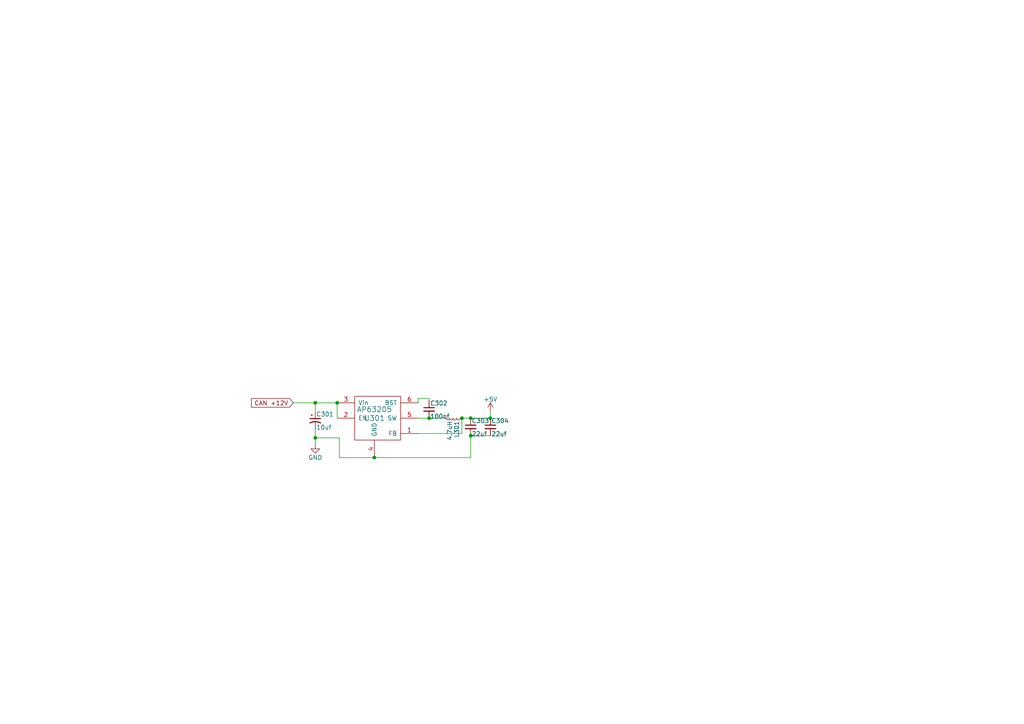
<source format=kicad_sch>
(kicad_sch (version 20211123) (generator eeschema)
  (paper "A4")
  (lib_symbols
    (symbol "ESP32-T7S3-MultiFunctionUniversalTurnout-rescue:+5V" (power) (pin_names (offset 0))
      (property "Value" "+5V" (at 0 3.556 0))
      (symbol "+5V_0_1"
        (polyline (pts (xy -0.762 1.27) (xy 0 2.54)))
        (polyline (pts (xy 0 0) (xy 0 2.54)))
        (polyline (pts (xy 0 2.54) (xy 0.762 1.27)))
      )
      (symbol "+5V_1_1"
        (pin power_in line (at 0 0 90) (length 0) hide (name "+5V") (number "1"))
      )
    )
    (symbol "ESP32-T7S3-MultiFunctionUniversalTurnout-rescue:AP63205" (pin_names (offset 1.016))
      (property "Reference" "U" (at 0 0 0))
      (property "Value" "AP63205" (at 0 2.54 0))
      (symbol "AP63205_0_1"
        (rectangle (start -5.715 6.35) (end 7.62 -6.35))
      )
      (symbol "AP63205_1_1"
        (pin unspecified line (at 12.7 -4.445 180) (length 5.08) (name "FB") (number "1"))
        (pin input line (at -10.795 0 0) (length 5.08) (name "EN") (number "2"))
        (pin power_in line (at -10.795 4.445 0) (length 5.08) (name "Vin") (number "3"))
        (pin power_in line (at 0 -11.43 90) (length 5.08) (name "GND") (number "4"))
        (pin unspecified line (at 12.7 0 180) (length 5.08) (name "SW") (number "5"))
        (pin unspecified line (at 12.7 4.445 180) (length 5.08) (name "BST") (number "6"))
      )
    )
    (symbol "ESP32-T7S3-MultiFunctionUniversalTurnout-rescue:CP1_Small" (pin_numbers hide) (pin_names (offset 0.254) hide)
      (property "Reference" "C" (at 0.254 1.778 0))
      (property "Value" "CP1_Small" (at 0.254 -2.032 0))
      (symbol "CP1_Small_0_1"
        (polyline (pts (xy -1.524 0.508) (xy 1.524 0.508)) (stroke (width 0.3048)))
        (polyline (pts (xy -1.27 1.524) (xy -0.762 1.524)))
        (polyline (pts (xy -1.016 1.27) (xy -1.016 1.778)))
        (arc (start 1.524 -0.762) (mid 0 -0.3734) (end -1.524 -0.762) (stroke (width 0.3048)))
      )
      (symbol "CP1_Small_1_1"
        (pin passive line (at 0 2.54 270) (length 2.032) (name "~") (number "1"))
        (pin passive line (at 0 -2.54 90) (length 2.032) (name "~") (number "2"))
      )
    )
    (symbol "ESP32-T7S3-MultiFunctionUniversalTurnout-rescue:C_Small" (pin_numbers hide) (pin_names (offset 0.254) hide)
      (property "Reference" "C" (at 0.254 1.778 0))
      (property "Value" "C_Small" (at 0.254 -2.032 0))
      (symbol "C_Small_0_1"
        (polyline (pts (xy -1.524 -0.508) (xy 1.524 -0.508)) (stroke (width 0.3302)))
        (polyline (pts (xy -1.524 0.508) (xy 1.524 0.508)) (stroke (width 0.3048)))
      )
      (symbol "C_Small_1_1"
        (pin passive line (at 0 2.54 270) (length 2.032) (name "~") (number "1"))
        (pin passive line (at 0 -2.54 90) (length 2.032) (name "~") (number "2"))
      )
    )
    (symbol "ESP32-T7S3-MultiFunctionUniversalTurnout-rescue:GND" (power) (pin_names (offset 0))
      (property "Value" "GND" (at 0 -3.81 0))
      (symbol "GND_0_1"
        (polyline (pts (xy 0 0) (xy 0 -1.27) (xy 1.27 -1.27) (xy 0 -2.54) (xy -1.27 -1.27) (xy 0 -1.27)))
      )
      (symbol "GND_1_1"
        (pin power_in line (at 0 0 270) (length 0) hide (name "GND") (number "1"))
      )
    )
    (symbol "ESP32-T7S3-MultiFunctionUniversalTurnout-rescue:L_Small" (pin_numbers hide) (pin_names (offset 0.254) hide)
      (property "Reference" "L" (at 0.762 1.016 0))
      (property "Value" "L_Small" (at 0.762 -1.016 0))
      (symbol "L_Small_0_1"
        (arc (start 0 -2.032) (mid 0.508 -1.524) (end 0 -1.016))
        (arc (start 0 -1.016) (mid 0.508 -0.508) (end 0 0))
        (arc (start 0 0) (mid 0.508 0.508) (end 0 1.016))
        (arc (start 0 1.016) (mid 0.508 1.524) (end 0 2.032))
      )
      (symbol "L_Small_1_1"
        (pin passive line (at 0 2.54 270) (length 0.508) (name "~") (number "1"))
        (pin passive line (at 0 -2.54 90) (length 0.508) (name "~") (number "2"))
      )
    )
  )
  (junction (at 91.44 116.84))
  (junction (at 108.585 132.715))
  (junction (at 136.525 126.365))
  (junction (at 97.79 116.84))
  (junction (at 124.46 121.285))
  (junction (at 133.985 121.285))
  (junction (at 91.44 127))
  (junction (at 136.525 121.285))
  (junction (at 142.24 121.285))
  (wire (pts (xy 108.585 132.715) (xy 136.525 132.715)))
  (wire (pts (xy 91.44 119.38) (xy 91.44 116.84)))
  (wire (pts (xy 124.46 121.285) (xy 128.905 121.285)))
  (wire (pts (xy 91.44 127) (xy 91.44 128.905)))
  (wire (pts (xy 98.425 127) (xy 91.44 127)))
  (wire (pts (xy 136.525 126.365) (xy 136.525 132.715)))
  (wire (pts (xy 133.985 125.73) (xy 121.285 125.73)))
  (wire (pts (xy 91.44 116.84) (xy 97.79 116.84)))
  (wire (pts (xy 121.285 116.84) (xy 121.285 115.57)))
  (wire (pts (xy 133.985 125.73) (xy 133.985 121.285)))
  (wire (pts (xy 98.425 132.715) (xy 98.425 127)))
  (wire (pts (xy 124.46 115.57) (xy 124.46 116.205)))
  (wire (pts (xy 142.24 121.285) (xy 142.24 119.38)))
  (wire (pts (xy 91.44 124.46) (xy 91.44 127)))
  (wire (pts (xy 85.09 116.84) (xy 91.44 116.84)))
  (wire (pts (xy 133.985 121.285) (xy 136.525 121.285)))
  (wire (pts (xy 136.525 121.285) (xy 142.24 121.285)))
  (wire (pts (xy 121.285 121.285) (xy 124.46 121.285)))
  (wire (pts (xy 97.79 116.84) (xy 97.79 121.285)))
  (wire (pts (xy 98.425 132.715) (xy 108.585 132.715)))
  (wire (pts (xy 142.24 126.365) (xy 136.525 126.365)))
  (wire (pts (xy 121.285 115.57) (xy 124.46 115.57)))
  (global_label "CAN +12V" (shape input) (at 85.09 116.84 180) (property "Intersheet References" "${INTERSHEET_REFS}" (effects hide)))
  (symbol (lib_id "ESP32-T7S3-MultiFunctionUniversalTurnout-rescue:+5V") (at 142.24 119.38 0) (unit 1)
    (property "Reference" "#PWR09" (effects hide))
    (property "Value" "+5V" (at 142.24 115.824 0))
  )
  (symbol (lib_id "ESP32-T7S3-MultiFunctionUniversalTurnout-rescue:AP63205") (at 108.585 121.285 0) (unit 1)
    (property "Reference" "U301" (at 108.585 121.285 0) (effects (font (size 1.524 1.524))))
    (property "Value" "AP63205" (at 108.585 118.745 0) (effects (font (size 1.524 1.524))))
    (property "Footprint" "Package_TO_SOT_SMD:TSOT-23-6" (effects hide))
    (property "Mouser Part Number" "621-AP63205WU-7" (effects hide))
  )
  (symbol (lib_id "ESP32-T7S3-MultiFunctionUniversalTurnout-rescue:CP1_Small") (at 91.44 121.92 0) (unit 1)
    (property "Reference" "C301" (at 91.694 120.142 0) (effects (justify left)))
    (property "Value" "10uf" (at 91.694 123.952 0) (effects (justify left)))
    (property "Footprint" "Capacitor_SMD:CP_Elec_5x3.9" (effects hide))
    (property "Mouser Part Number" "710-865230542002" (effects hide))
  )
  (symbol (lib_id "ESP32-T7S3-MultiFunctionUniversalTurnout-rescue:GND") (at 91.44 128.905 0) (unit 1)
    (property "Reference" "#PWR010" (effects hide))
    (property "Value" "GND" (at 91.44 132.715 0))
  )
  (symbol (lib_id "ESP32-T7S3-MultiFunctionUniversalTurnout-rescue:C_Small") (at 124.46 118.745 0) (unit 1)
    (property "Reference" "C302" (at 124.714 116.967 0) (effects (justify left)))
    (property "Value" "100nf" (at 124.714 120.777 0) (effects (justify left)))
    (property "Footprint" "Capacitor_SMD:C_0603_1608Metric" (effects hide))
    (property "Mouser Part Number" "710-885012206020" (effects hide))
  )
  (symbol (lib_id "ESP32-T7S3-MultiFunctionUniversalTurnout-rescue:L_Small") (at 131.445 121.285 270) (unit 1)
    (property "Reference" "L301" (at 132.461 122.047 0) (effects (justify left)))
    (property "Value" "4.7uH" (at 130.429 122.047 0) (effects (justify left)))
    (property "Footprint" "Inductor_SMD:L_7.3x7.3_H4.5" (effects hide))
    (property "Mouser Part Number" "81-B1047AS-4R7N=P3" (effects hide))
  )
  (symbol (lib_id "ESP32-T7S3-MultiFunctionUniversalTurnout-rescue:C_Small") (at 136.525 123.825 0) (unit 1)
    (property "Reference" "C303" (at 136.779 122.047 0) (effects (justify left)))
    (property "Value" "22uf" (at 136.779 125.857 0) (effects (justify left)))
    (property "Footprint" "Capacitor_SMD:C_0603_1608Metric" (effects hide))
    (property "Mouser Part Number" "603-CC0603MRX6S5B226" (effects hide))
  )
  (symbol (lib_id "ESP32-T7S3-MultiFunctionUniversalTurnout-rescue:C_Small") (at 142.24 123.825 0) (unit 1)
    (property "Reference" "C304" (at 142.494 122.047 0) (effects (justify left)))
    (property "Value" "22uf" (at 142.494 125.857 0) (effects (justify left)))
    (property "Footprint" "Capacitor_SMD:C_0603_1608Metric" (effects hide))
    (property "Mouser Part Number" "603-CC0603MRX6S5B226" (effects hide))
  )
)
</source>
